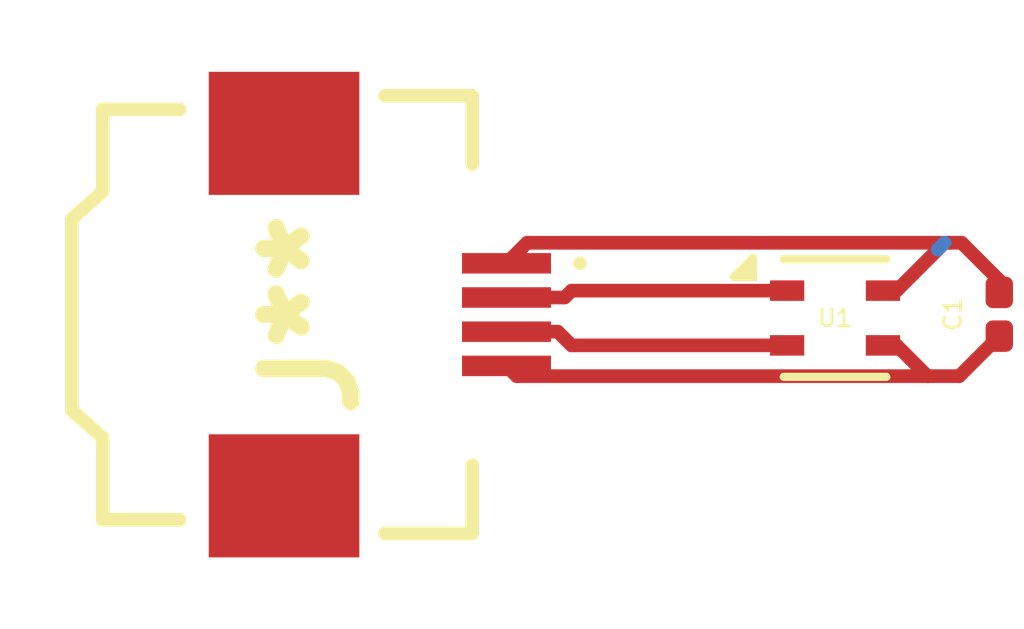
<source format=kicad_pcb>
(kicad_pcb (version 20240108) (generator "pcbnew") (generator_version "8.0")
  (layers (0 "F.Cu" signal) (31 "B.Cu" signal) (34 "B.Paste" user) (35 "F.Paste" user) (36 "B.SilkS" user "B.Silkscreen") (37 "F.SilkS" user "F.Silkscreen") (38 "B.Mask" user) (39 "F.Mask" user) (44 "Edge.Cuts" user))
  (net 0 "")
  (net 1 "/VDD")
  (net 2 "/GND")
  (net 3 "/SDA")
  (net 4 "/SCL")
  (footprint "KiCad:FFC2B3504T" (layer "F.Cu") (at 120.025 83.35 -90)
    (property "Reference" "J**" (at 0 -0.325 90) (layer "F.SilkS") (effects (font (size 1.27 1.27) (thickness 0.254))))
    (property "Value" "FFC2B3504T" (hide yes))
    (fp_line (start -1.4 3.175) (end 1.4 3.175) (stroke (width 0.2)) (layer "F.SilkS"))
    (fp_line (start 1.4 3.175) (end 1.8 2.725) (stroke (width 0.2)) (layer "F.SilkS"))
    (fp_line (start -3 2.725) (end -1.8 2.725) (stroke (width 0.2)) (layer "F.SilkS"))
    (fp_line (start -1.8 2.725) (end -1.4 3.175) (stroke (width 0.2)) (layer "F.SilkS"))
    (fp_line (start 1.8 2.725) (end 3 2.725) (stroke (width 0.2)) (layer "F.SilkS"))
    (fp_line (start 3 2.725) (end 3 1.6) (stroke (width 0.2)) (layer "F.SilkS"))
    (fp_line (start -3 1.6) (end -3 2.725) (stroke (width 0.2)) (layer "F.SilkS"))
    (fp_line (start -3.2 -1.4) (end -3.2 -2.675) (stroke (width 0.2)) (layer "F.SilkS"))
    (fp_line (start 3.2 -1.4) (end 3.2 -2.675) (stroke (width 0.2)) (layer "F.SilkS"))
    (fp_line (start -3.2 -2.675) (end -2.2 -2.675) (stroke (width 0.2)) (layer "F.SilkS"))
    (fp_line (start 3.2 -2.675) (end 2.2 -2.675) (stroke (width 0.2)) (layer "F.SilkS"))
    (fp_line (start -0.75 -4.2) (end -0.75 -4.2) (stroke (width 0.1)) (layer "F.SilkS"))
    (fp_line (start -0.75 -4.3) (end -0.75 -4.3) (stroke (width 0.1)) (layer "F.SilkS"))
    (fp_arc (start -0.75 -4.2) (mid -0.8 -4.25) (end -0.75 -4.3) (stroke (width 0.1)) (layer "F.SilkS"))
    (fp_arc (start -0.75 -4.3) (mid -0.7 -4.25) (end -0.75 -4.2) (stroke (width 0.1)) (layer "F.SilkS"))
    (pad "1" smd rect (at -0.75 -3.175 270) (size 0.3 1.3) (layers "F.Cu" "F.Paste" "F.Mask") (net 2 "/GND"))
    (pad "2" smd rect (at -0.25 -3.175 270) (size 0.3 1.3) (layers "F.Cu" "F.Paste" "F.Mask") (net 3 "/SDA"))
    (pad "3" smd rect (at 0.25 -3.175 270) (size 0.3 1.3) (layers "F.Cu" "F.Paste" "F.Mask") (net 4 "/SCL"))
    (pad "4" smd rect (at 0.75 -3.175 270) (size 0.3 1.3) (layers "F.Cu" "F.Paste" "F.Mask") (net 1 "/VDD"))
    (pad "5" smd rect (at -2.65 0.075 270) (size 1.8 2.2) (layers "F.Cu" "F.Paste" "F.Mask"))
    (pad "6" smd rect (at 2.65 0.075 270) (size 1.8 2.2) (layers "F.Cu" "F.Paste" "F.Mask"))
  )
  (footprint "Sensor_Humidity:Sensirion_DFN-4_1.5x1.5mm_P0.8mm_SHT4x_NoCentralPad" (layer "F.Cu") (at 128 83.4)
    (property "Reference" "U1" (at 0 0 0) (layer "F.SilkS") (effects (font (size 0.25 0.25) (thickness 0.04))))
    (property "Value" "SHT4x" (hide yes))
    (fp_line (start -0.75 -0.86) (end 0.75 -0.86) (stroke (width 0.12)) (layer "F.SilkS"))
    (fp_line (start -0.75 0.86) (end 0.75 0.86) (stroke (width 0.12)) (layer "F.SilkS"))
    (fp_poly (pts (xy -1.2 -0.6) (xy -1.48 -0.6) (xy -1.2 -0.88) (xy -1.2 -0.6)) (stroke (width 0.12)) (fill solid) (layer "F.SilkS"))
    (pad "1" smd rect (at -0.7 -0.4) (size 0.5 0.3) (layers "F.Cu" "F.Paste" "F.Mask") (net 3 "/SDA"))
    (pad "2" smd rect (at -0.7 0.4) (size 0.5 0.3) (layers "F.Cu" "F.Paste" "F.Mask") (net 4 "/SCL"))
    (pad "3" smd rect (at 0.7 0.4) (size 0.5 0.3) (layers "F.Cu" "F.Paste" "F.Mask") (net 1 "/VDD"))
    (pad "4" smd rect (at 0.7 -0.4) (size 0.5 0.3) (layers "F.Cu" "F.Paste" "F.Mask") (net 2 "/GND"))
  )
  (footprint "Capacitor_SMD:C_0201_0603Metric" (layer "F.Cu") (at 130.4 83.345 90)
    (property "Reference" "C1" (hide yes))
    (property "Value" "100nF" (hide yes))
    (fp_text user "C1" (at 0 -0.68 90) (layer "F.SilkS") (effects (font (size 0.25 0.25) (thickness 0.04))))
    (pad "1" smd roundrect (at -0.32 0 90) (size 0.46 0.4) (layers "F.Cu" "F.Mask") (net 1 "/VDD"))
    (pad "2" smd roundrect (at 0.32 0 90) (size 0.46 0.4) (layers "F.Cu" "F.Mask") (net 2 "/GND"))
  )
  (segment (start 128.9 83.8) (end 128.7 83.8) (width 0.2) (layer "F.Cu") (net 1))
  (segment (start 123.2 84.1) (end 123.35 84.25) (width 0.2) (layer "F.Cu") (net 1))
  (segment (start 129.35 84.25) (end 129.815 84.25) (width 0.2) (layer "F.Cu") (net 1))
  (segment (start 129.815 84.25) (end 130.4 83.665) (width 0.2) (layer "F.Cu") (net 1))
  (segment (start 123.35 84.25) (end 129.35 84.25) (width 0.2) (layer "F.Cu") (net 1))
  (segment (start 129.35 84.25) (end 128.9 83.8) (width 0.2) (layer "F.Cu") (net 1))
  (segment (start 130.4 82.85) (end 130.4 83.025) (width 0.2) (layer "F.Cu") (net 2))
  (segment (start 128.9 83) (end 128.7 83) (width 0.2) (layer "F.Cu") (net 2))
  (segment (start 123.5 82.3) (end 123.2 82.6) (width 0.2) (layer "F.Cu") (net 2))
  (segment (start 129.6 82.3) (end 128.9 83) (width 0.2) (layer "F.Cu") (net 2))
  (segment (start 129.675 82.3) (end 123.5 82.3) (width 0.2) (layer "F.Cu") (net 2))
  (segment (start 129.85 82.3) (end 130.4 82.85) (width 0.2) (layer "F.Cu") (net 2))
  (segment (start 129.6 82.3) (end 129.675 82.3) (width 0.2) (layer "F.Cu") (net 2))
  (segment (start 129.675 82.3) (end 129.85 82.3) (width 0.2) (layer "F.Cu") (net 2))
  (segment (start 129.5 82.4) (end 129.6 82.3) (width 0.2) (layer "B.Cu") (net 2))
  (segment (start 123.2 83.1) (end 124.05 83.1) (width 0.2) (layer "F.Cu") (net 3))
  (segment (start 124.05 83.1) (end 124.15 83) (width 0.2) (layer "F.Cu") (net 3))
  (segment (start 124.15 83) (end 127.3 83) (width 0.2) (layer "F.Cu") (net 3))
  (segment (start 124.15 83.8) (end 123.95 83.6) (width 0.2) (layer "F.Cu") (net 4))
  (segment (start 127.3 83.8) (end 124.15 83.8) (width 0.2) (layer "F.Cu") (net 4))
  (segment (start 123.95 83.6) (end 123.2 83.6) (width 0.2) (layer "F.Cu") (net 4))
)
</source>
